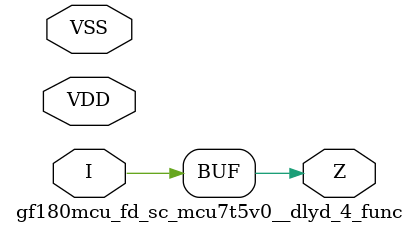
<source format=v>

module gf180mcu_fd_sc_mcu7t5v0__dlyd_4_func( I, Z, VDD, VSS );
input I;
inout VDD, VSS;
output Z;

	buf MGM_BG_0( Z, I );

endmodule

</source>
